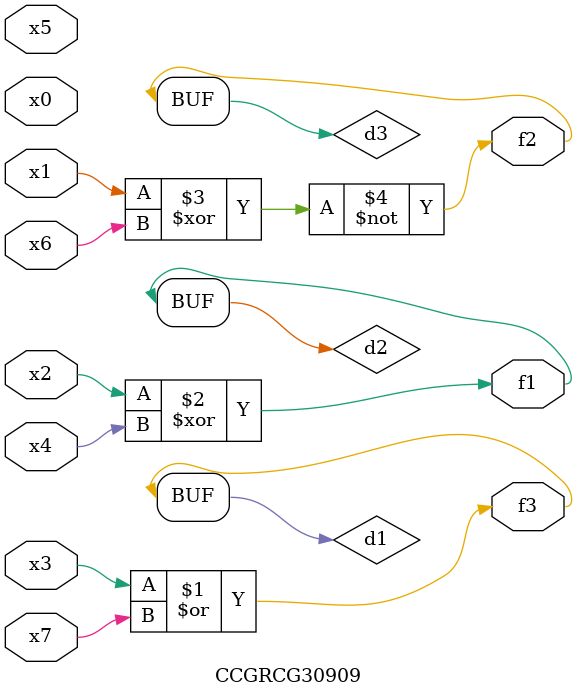
<source format=v>
module CCGRCG30909(
	input x0, x1, x2, x3, x4, x5, x6, x7,
	output f1, f2, f3
);

	wire d1, d2, d3;

	or (d1, x3, x7);
	xor (d2, x2, x4);
	xnor (d3, x1, x6);
	assign f1 = d2;
	assign f2 = d3;
	assign f3 = d1;
endmodule

</source>
